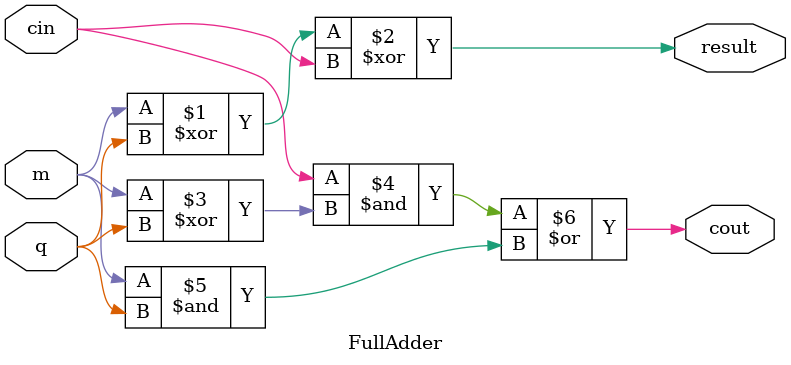
<source format=v>
/*
 * Copyright (c) 2024 Your Name
 * SPDX-License-Identifier: Apache-2.0
 */

`default_nettype none

module tt_um_b_0_array_multiplier (
    input  wire [7:0] ui_in,    // Dedicated inputs
    output wire [7:0] uo_out,   // Dedicated outputs
    input  wire [7:0] uio_in,   // IOs: Input path
    output wire [7:0] uio_out,  // IOs: Output path
    output wire [7:0] uio_oe,   // IOs: Enable path (active high: 0=input, 1=output)

    input  wire       ena,      // always 1 when the design is powered, so you can ignore it

    input  wire       clk,      // clock

    input  wire       rst_n     // reset_n - low to reset
);


  // All output pins must be assigned. If not used, assign to 0.


  wire [3:0] m = ui_in[3:0];
  wire [3:0] q = ui_in[7:4];
  wire [7:0] p;


  wire int_sig1, int_sig2, int_sig3, int_sig4, int_sig5, int_sig6, int_sig7, int_sig8, int_sig9, int_sig10, int_sig11;
  wire result1, result2, result3, result4, result5, result6;

  assign p[0] = m[0] & q[0];

  FullAdder adder1 (m[0] & q[1], m[1] & q[0], 1'b0, p[1], int_sig1);
  FullAdder adder2 (m[2] & q[0], m[1] & q[1], int_sig1, result1, int_sig2);
  FullAdder adder3 (m[3] & q[0], m[2] & q[1], int_sig2, result2, int_sig3);
  FullAdder adder4 (m[3] & q[1],1'b0,int_sig3, result3, int_sig4);

  FullAdder adder5 (m[0] & q[2], result1,1'b0, p[2], int_sig5);
  FullAdder adder6 (m[1] & q[2], result2, int_sig5, result4, int_sig6);
  FullAdder adder7 (m[2] & q[2], result3, int_sig6, result5, int_sig7);
  FullAdder adder8 (m[3] & q[2], int_sig4, int_sig7, result6, int_sig8);

  FullAdder adder9 (m[0] & q[3], result4,1'b0, p[3], int_sig9);
  FullAdder adder10 (m[1] & q[3], result5, int_sig9, p[4], int_sig10);
  FullAdder adder11 (m[2] & q[3], result6, int_sig10, p[5], int_sig11);
  FullAdder adder12 (m[3] & q[3], int_sig8, int_sig11, p[6], p[7]);
  
  assign uo_out = p;

  assign uio_out = 0;
  assign uio_oe  = 0;
  // List all unused inputs to prevent warnings
  wire _unused = &{ena, clk, rst_n, uio_oe, 1'b0};

endmodule

module FullAdder(
    input m,
    input q,
    input cin,
    output result,
    output cout
    );
    
    assign result = m ^ q ^ cin;
    assign cout = (cin & (m^q)) | (m&q);
    
  endmodule



</source>
